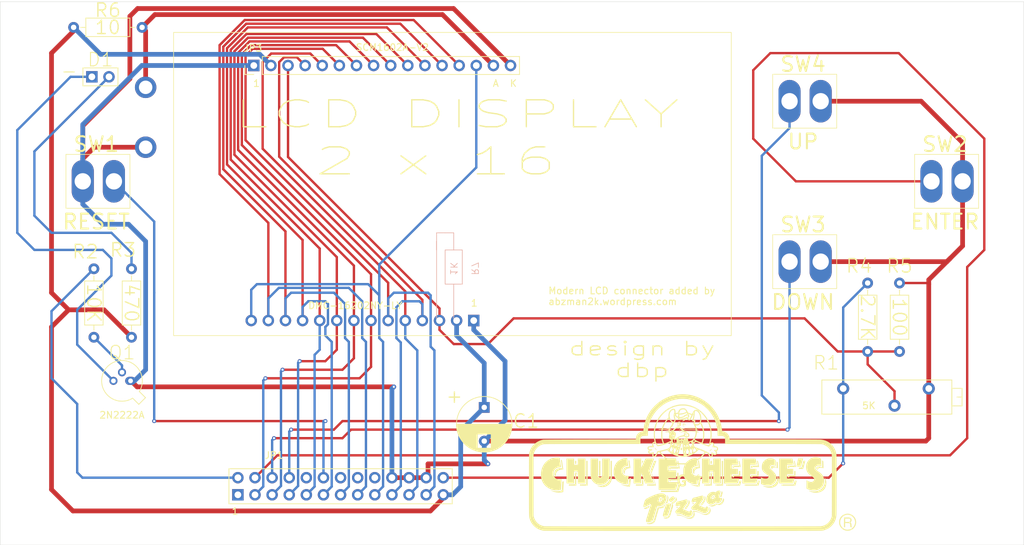
<source format=kicad_pcb>
(kicad_pcb (version 20240108) (generator "pcbnew") (generator_version "8.0")
  (layers (0 "F.Cu" signal) (31 "B.Cu" signal) (34 "B.Paste" user) (35 "F.Paste" user) (36 "B.SilkS" user "B.Silkscreen") (37 "F.SilkS" user "F.Silkscreen") (38 "B.Mask" user) (39 "F.Mask" user) (44 "Edge.Cuts" user))
  (net 0 "")
  (net 1 "Net-(D1-K)")
  (net 2 "VCC")
  (net 4 "Net-(JP1-Pin_6)")
  (net 5 "Net-(JP1-Pin_9)")
  (net 6 "Net-(JP1-Pin_19)")
  (net 7 "Net-(JP1-Pin_17)")
  (net 8 "Net-(JP1-Pin_11)")
  (net 10 "Net-(JP1-Pin_23)")
  (net 11 "Net-(JP1-Pin_13)")
  (net 13 "Net-(JP1-Pin_8)")
  (net 14 "Net-(JP1-Pin_2)")
  (net 15 "Net-(JP1-Pin_7)")
  (net 16 "Net-(JP1-Pin_4)")
  (net 17 "Net-(JP1-Pin_21)")
  (net 18 "Net-(JP1-Pin_3)")
  (net 19 "Net-(JP1-Pin_15)")
  (net 20 "Net-(JP1-Pin_12)")
  (net 23 "Net-(JP1-Pin_5)")
  (net 24 "GND")
  (net 25 "Net-(Q1-B)")
  (net 26 "Net-(D1-A)")
  (net 27 "26")
  (net 28 "Vo")
  (net 29 "backlight")
  (footprint "Resistor_THT:R_Axial_DIN0207_L6.3mm_D2.5mm_P10.16mm_Horizontal" (layer "F.Cu") (at 133.47 51.9 90)
    (property "Reference" "R5" (at 12.7 0 180) (layer "F.SilkS") (effects (font (size 2 2) (thickness 0.2) (bold yes))))
    (property "Value" "100" (at 5.08 0 -90) (layer "F.SilkS") (effects (font (size 2 2) (thickness 0.2))))
    (pad "1" thru_hole circle (at 0 0 90) (size 1.6 1.6) (drill 0.8) (layers "*.Cu" "*.Mask") (net 28 "Vo"))
    (pad "2" thru_hole oval (at 10.16 0 90) (size 1.6 1.6) (drill 0.8) (layers "*.Cu" "*.Mask") (net 24 "GND"))
  )
  (footprint "Evan's Kicad Library:CEC LCD pushbutton" (layer "F.Cu") (at 138.21 26.65)
    (property "Reference" "SW2" (at 2 -5.5 0) (layer "F.SilkS") (effects (font (size 2.2 2.2) (thickness 0.3))))
    (property "Value" "ENTER" (at 2 6 0) (layer "F.SilkS") (effects (font (size 2.2 2.2) (thickness 0.3))))
    (pad "1" thru_hole oval (at 0 0) (size 3.28 6.31) (drill 2.42) (layers "*.Cu" "*.Mask") (net 16 "Net-(JP1-Pin_4)"))
    (pad "2" thru_hole oval (at 4.62 0) (size 3.28 6.31) (drill 2.42) (layers "*.Cu" "*.Mask") (net 24 "GND"))
  )
  (footprint "Evan's Kicad Library:CEC LCD pushbutton" (layer "F.Cu") (at 117.15 38.57)
    (property "Reference" "SW3" (at 2 -5.5 0) (layer "F.SilkS") (effects (font (size 2.2 2.2) (thickness 0.3))))
    (property "Value" "DOWN" (at 2 6 0) (layer "F.SilkS") (effects (font (size 2.2 2.2) (thickness 0.3))))
    (pad "1" thru_hole oval (at 0 0) (size 3.28 6.31) (drill 2.42) (layers "*.Cu" "*.Mask") (net 4 "Net-(JP1-Pin_6)"))
    (pad "2" thru_hole oval (at 4.62 0) (size 3.28 6.31) (drill 2.42) (layers "*.Cu" "*.Mask") (net 24 "GND"))
  )
  (footprint "Package_TO_SOT_THT:TO-18-3" (layer "F.Cu") (at 19.35 56.26 180)
    (property "Reference" "Q1" (at 1.27 4.19 0) (layer "F.SilkS") (effects (font (size 2 2))))
    (property "Value" "2N2222A" (at 1.27 -5.08 0) (layer "F.SilkS"))
    (pad "1" thru_hole oval (at 0 0 180) (size 1.6 1.2) (drill 0.7) (layers "*.Cu" "*.Mask") (net 24 "GND"))
    (pad "2" thru_hole oval (at 1.27 1.27 180) (size 1.2 1.2) (drill 0.7) (layers "*.Cu" "*.Mask") (net 25 "Net-(Q1-B)"))
    (pad "3" thru_hole oval (at 2.54 0 180) (size 1.2 1.2) (drill 0.7) (layers "*.Cu" "*.Mask") (net 1 "Net-(D1-K)"))
  )
  (footprint "Connector_PinHeader_2.54mm:PinHeader_1x16_P2.54mm_Vertical" (layer "F.Cu") (at 37.64 9.46 90)
    (property "Reference" "JP3" (at 2.56 -0.14 180) (layer "F.SilkS"))
    (property "Value" "modern LCD")
    (pad "1" thru_hole rect (at 0 0 90) (size 1.7 1.7) (drill 1) (layers "*.Cu" "*.Mask") (net 24 "GND"))
    (pad "2" thru_hole oval (at 0 2.54 90) (size 1.7 1.7) (drill 1) (layers "*.Cu" "*.Mask") (net 2 "VCC"))
    (pad "3" thru_hole oval (at 0 5.08 90) (size 1.7 1.7) (drill 1) (layers "*.Cu" "*.Mask") (net 28 "Vo"))
    (pad "4" thru_hole oval (at 0 7.62 90) (size 1.7 1.7) (drill 1) (layers "*.Cu" "*.Mask") (net 6 "Net-(JP1-Pin_19)"))
    (pad "5" thru_hole oval (at 0 10.16 90) (size 1.7 1.7) (drill 1) (layers "*.Cu" "*.Mask") (net 17 "Net-(JP1-Pin_21)"))
    (pad "6" thru_hole oval (at 0 12.7 90) (size 1.7 1.7) (drill 1) (layers "*.Cu" "*.Mask") (net 10 "Net-(JP1-Pin_23)"))
    (pad "7" thru_hole oval (at 0 15.24 90) (size 1.7 1.7) (drill 1) (layers "*.Cu" "*.Mask") (net 18 "Net-(JP1-Pin_3)"))
    (pad "8" thru_hole oval (at 0 17.78 90) (size 1.7 1.7) (drill 1) (layers "*.Cu" "*.Mask") (net 23 "Net-(JP1-Pin_5)"))
    (pad "9" thru_hole oval (at 0 20.32 90) (size 1.7 1.7) (drill 1) (layers "*.Cu" "*.Mask") (net 15 "Net-(JP1-Pin_7)"))
    (pad "10" thru_hole oval (at 0 22.86 90) (size 1.7 1.7) (drill 1) (layers "*.Cu" "*.Mask") (net 5 "Net-(JP1-Pin_9)"))
    (pad "11" thru_hole oval (at 0 25.4 90) (size 1.7 1.7) (drill 1) (layers "*.Cu" "*.Mask") (net 8 "Net-(JP1-Pin_11)"))
    (pad "12" thru_hole oval (at 0 27.94 90) (size 1.7 1.7) (drill 1) (layers "*.Cu" "*.Mask") (net 11 "Net-(JP1-Pin_13)"))
    (pad "13" thru_hole oval (at 0 30.48 90) (size 1.7 1.7) (drill 1) (layers "*.Cu" "*.Mask") (net 19 "Net-(JP1-Pin_15)"))
    (pad "14" thru_hole oval (at 0 33.02 90) (size 1.7 1.7) (drill 1) (layers "*.Cu" "*.Mask") (net 7 "Net-(JP1-Pin_17)"))
    (pad "15" thru_hole oval (at 0 35.56 90) (size 1.7 1.7) (drill 1) (layers "*.Cu" "*.Mask") (net 29 "backlight"))
    (pad "16" thru_hole oval (at 0 38.1 90) (size 1.7 1.7) (drill 1) (layers "*.Cu" "*.Mask") (net 24 "GND"))
  )
  (footprint "Resistor_THT:R_Axial_DIN0207_L6.3mm_D2.5mm_P10.16mm_Horizontal" (layer "F.Cu") (at 19.49 39.63 -90)
    (property "Reference" "R3" (at -2.8 1.27 0) (layer "F.SilkS") (effects (font (size 2 2) (thickness 0.2))))
    (property "Value" "470" (at 5.08 0 -90) (layer "F.SilkS") (effects (font (size 2 2) (thickness 0.2))))
    (pad "1" thru_hole circle (at 0 0 270) (size 1.6 1.6) (drill 0.8) (layers "*.Cu" "*.Mask") (net 26 "Net-(D1-A)"))
    (pad "2" thru_hole oval (at 10.16 0 270) (size 1.6 1.6) (drill 0.8) (layers "*.Cu" "*.Mask") (net 2 "VCC"))
  )
  (footprint "Connector_PinHeader_2.54mm:PinHeader_1x01_P2.54mm_Vertical" (layer "F.Cu") (at 21.59 21.59)
    (property "Reference" "H1" (hide yes))
    (property "Value" "MountingHole_Pad_MP")
    (pad "1" thru_hole circle (at 0 0) (size 3.18 3.18) (drill 2) (layers "*.Cu" "*.Mask") (net 24 "GND"))
  )
  (footprint "Connector_PinHeader_2.54mm:PinHeader_2x13_P2.54mm_Vertical" (layer "F.Cu") (at 35.28 73.17 90)
    (property "Reference" "JP1" (at 5.86 5.36 180) (layer "F.SilkS"))
    (property "Value" "Conn_02x13_Odd_Even")
    (pad "1" thru_hole rect (at 0 0 90) (size 1.7 1.7) (drill 1) (layers "*.Cu" "*.Mask"))
    (pad "2" thru_hole oval (at 2.54 0 90) (size 1.7 1.7) (drill 1) (layers "*.Cu" "*.Mask") (net 14 "Net-(JP1-Pin_2)"))
    (pad "3" thru_hole oval (at 0 2.54 90) (size 1.7 1.7) (drill 1) (layers "*.Cu" "*.Mask") (net 18 "Net-(JP1-Pin_3)"))
    (pad "4" thru_hole oval (at 2.54 2.54 90) (size 1.7 1.7) (drill 1) (layers "*.Cu" "*.Mask") (net 16 "Net-(JP1-Pin_4)"))
    (pad "5" thru_hole oval (at 0 5.08 90) (size 1.7 1.7) (drill 1) (layers "*.Cu" "*.Mask") (net 23 "Net-(JP1-Pin_5)"))
    (pad "6" thru_hole oval (at 2.54 5.08 90) (size 1.7 1.7) (drill 1) (layers "*.Cu" "*.Mask") (net 4 "Net-(JP1-Pin_6)"))
    (pad "7" thru_hole oval (at 0 7.62 90) (size 1.7 1.7) (drill 1) (layers "*.Cu" "*.Mask") (net 15 "Net-(JP1-Pin_7)"))
    (pad "8" thru_hole oval (at 2.54 7.62 90) (size 1.7 1.7) (drill 1) (layers "*.Cu" "*.Mask") (net 13 "Net-(JP1-Pin_8)"))
    (pad "9" thru_hole oval (at 0 10.16 90) (size 1.7 1.7) (drill 1) (layers "*.Cu" "*.Mask") (net 5 "Net-(JP1-Pin_9)"))
    (pad "10" thru_hole oval (at 2.54 10.16 90) (size 1.7 1.7) (drill 1) (layers "*.Cu" "*.Mask"))
    (pad "11" thru_hole oval (at 0 12.7 90) (size 1.7 1.7) (drill 1) (layers "*.Cu" "*.Mask") (net 8 "Net-(JP1-Pin_11)"))
    (pad "12" thru_hole oval (at 2.54 12.7 90) (size 1.7 1.7) (drill 1) (layers "*.Cu" "*.Mask") (net 20 "Net-(JP1-Pin_12)"))
    (pad "13" thru_hole oval (at 0 15.24 90) (size 1.7 1.7) (drill 1) (layers "*.Cu" "*.Mask") (net 11 "Net-(JP1-Pin_13)"))
    (pad "14" thru_hole oval (at 2.54 15.24 90) (size 1.7 1.7) (drill 1) (layers "*.Cu" "*.Mask"))
    (pad "15" thru_hole oval (at 0 17.78 90) (size 1.7 1.7) (drill 1) (layers "*.Cu" "*.Mask") (net 19 "Net-(JP1-Pin_15)"))
    (pad "16" thru_hole oval (at 2.54 17.78 90) (size 1.7 1.7) (drill 1) (layers "*.Cu" "*.Mask"))
    (pad "17" thru_hole oval (at 0 20.32 90) (size 1.7 1.7) (drill 1) (layers "*.Cu" "*.Mask") (net 7 "Net-(JP1-Pin_17)"))
    (pad "18" thru_hole oval (at 2.54 20.32 90) (size 1.7 1.7) (drill 1) (layers "*.Cu" "*.Mask"))
    (pad "19" thru_hole oval (at 0 22.86 90) (size 1.7 1.7) (drill 1) (layers "*.Cu" "*.Mask") (net 6 "Net-(JP1-Pin_19)"))
    (pad "20" thru_hole oval (at 2.54 22.86 90) (size 1.7 1.7) (drill 1) (layers "*.Cu" "*.Mask") (net 24 "GND"))
    (pad "21" thru_hole oval (at 0 25.4 90) (size 1.7 1.7) (drill 1) (layers "*.Cu" "*.Mask") (net 17 "Net-(JP1-Pin_21)"))
    (pad "22" thru_hole oval (at 2.54 25.4 90) (size 1.7 1.7) (drill 1) (layers "*.Cu" "*.Mask") (net 24 "GND"))
    (pad "23" thru_hole oval (at 0 27.94 90) (size 1.7 1.7) (drill 1) (layers "*.Cu" "*.Mask") (net 10 "Net-(JP1-Pin_23)"))
    (pad "24" thru_hole oval (at 2.54 27.94 90) (size 1.7 1.7) (drill 1) (layers "*.Cu" "*.Mask") (net 24 "GND"))
    (pad "25" thru_hole oval (at 0 30.48 90) (size 1.7 1.7) (drill 1) (layers "*.Cu" "*.Mask") (net 2 "VCC"))
    (pad "26" thru_hole oval (at 2.54 30.48 90) (size 1.7 1.7) (drill 1) (layers "*.Cu" "*.Mask") (net 27 "26"))
  )
  (footprint "Resistor_THT:R_Axial_DIN0207_L6.3mm_D2.5mm_P10.16mm_Horizontal" (layer "F.Cu") (at 10.9 3.8)
    (property "Reference" "R6" (at 5.08 -2.54 0) (layer "F.SilkS") (effects (font (size 2 2) (thickness 0.2))))
    (property "Value" "10" (at 5.08 0 0) (layer "F.SilkS") (effects (font (size 2 2) (thickness 0.2))))
    (pad "1" thru_hole circle (at 0 0) (size 1.6 1.6) (drill 0.8) (layers "*.Cu" "*.Mask") (net 2 "VCC"))
    (pad "2" thru_hole oval (at 10.16 0) (size 1.6 1.6) (drill 0.8) (layers "*.Cu" "*.Mask") (net 29 "backlight"))
  )
  (footprint "Potentiometer_THT:Potentiometer_Bourns_3006P_Horizontal" (layer "F.Cu") (at 125.11 57.4 180)
    (property "Reference" "R1" (at 2.54 3.81 0) (layer "F.SilkS") (effects (font (size 2 2))))
    (property "Value" "5K" (at -3.81 -2.54 0) (layer "F.SilkS"))
    (pad "1" thru_hole circle (at 0 0 180) (size 1.8 1.8) (drill 1) (layers "*.Cu" "*.Mask") (net 27 "26"))
    (pad "2" thru_hole circle (at -7.62 -2.54 180) (size 1.8 1.8) (drill 1) (layers "*.Cu" "*.Mask") (net 28 "Vo"))
    (pad "3" thru_hole circle (at -12.7 0 180) (size 1.8 1.8) (drill 1) (layers "*.Cu" "*.Mask") (net 24 "GND"))
  )
  (footprint "Evan's Kicad Library:CEC LCD" (layer "F.Cu") (at 70.28 47.31)
    (property "Reference" "JP2" (hide yes))
    (property "Value" "DMC-16202NY-LY" (at -17.575 -2.225 0) (layer "F.SilkS"))
    (fp_text user "LCD DISPLAY" (at -35.99 -28.26 0) (layer "F.SilkS") (effects (font (size 4 7) (thickness 0.2)) (justify left bottom)))
    (fp_text user "1" (at -0.5 -2 0) (layer "F.SilkS") (effects (justify left bottom)))
    (fp_text user "2 x 16" (at -23.925 -21.275 0) (layer "F.SilkS") (effects (font (size 4 7) (thickness 0.2)) (justify left bottom)))
    (pad "1" thru_hole rect (at 0 0 270) (size 1.7 1.7) (drill 1) (layers "*.Cu" "*.Mask") (net 24 "GND"))
    (pad "2" thru_hole oval (at -2.54 0 270) (size 1.7 1.7) (drill 1) (layers "*.Cu" "*.Mask") (net 2 "VCC"))
    (pad "3" thru_hole oval (at -5.08 0 270) (size 1.7 1.7) (drill 1) (layers "*.Cu" "*.Mask") (net 28 "Vo"))
    (pad "4" thru_hole oval (at -7.62 0 270) (size 1.7 1.7) (drill 1) (layers "*.Cu" "*.Mask") (net 6 "Net-(JP1-Pin_19)"))
    (pad "5" thru_hole oval (at -10.16 0 270) (size 1.7 1.7) (drill 1) (layers "*.Cu" "*.Mask") (net 17 "Net-(JP1-Pin_21)"))
    (pad "6" thru_hole oval (at -12.7 0 270) (size 1.7 1.7) (drill 1) (layers "*.Cu" "*.Mask") (net 10 "Net-(JP1-Pin_23)"))
    (pad "7" thru_hole oval (at -15.24 0 270) (size 1.7 1.7) (drill 1) (layers "*.Cu" "*.Mask") (net 18 "Net-(JP1-Pin_3)"))
    (pad "8" thru_hole oval (at -17.78 0 270) (size 1.7 1.7) (drill 1) (layers "*.Cu" "*.Mask") (net 23 "Net-(JP1-Pin_5)"))
    (pad "9" thru_hole oval (at -20.32 0 270) (size 1.7 1.7) (drill 1) (layers "*.Cu" "*.Mask") (net 15 "Net-(JP1-Pin_7)"))
    (pad "10" thru_hole oval (at -22.86 0 270) (size 1.7 1.7) (drill 1) (layers "*.Cu" "*.Mask") (net 5 "Net-(JP1-Pin_9)"))
    (pad "11" thru_hole oval (at -25.4 0 270) (size 1.7 1.7) (drill 1) (layers "*.Cu" "*.Mask") (net 8 "Net-(JP1-Pin_11)"))
    (pad "12" thru_hole oval (at -27.94 0 270) (size 1.7 1.7) (drill 1) (layers "*.Cu" "*.Mask") (net 11 "Net-(JP1-Pin_13)"))
    (pad "13" thru_hole oval (at -30.48 0 270) (size 1.7 1.7) (drill 1) (layers "*.Cu" "*.Mask") (net 19 "Net-(JP1-Pin_15)"))
    (pad "14" thru_hole oval (at -33.02 0 270) (size 1.7 1.7) (drill 1) (layers "*.Cu" "*.Mask") (net 7 "Net-(JP1-Pin_17)"))
  )
  (footprint "Evan's Kicad Library:CEC LCD pushbutton" (layer "F.Cu") (at 12.26 26.65)
    (property "Reference" "SW1" (at 2 -5.5 0) (layer "F.SilkS") (effects (font (size 2.2 2.2) (thickness 0.3))))
    (property "Value" "RESET" (at 2 6 0) (layer "F.SilkS") (effects (font (size 2.2 2.2) (thickness 0.3))))
    (pad "1" thru_hole oval (at 0 0) (size 3.28 6.31) (drill 2.42) (layers "*.Cu" "*.Mask") (net 24 "GND"))
    (pad "2" thru_hole oval (at 4.62 0) (size 3.28 6.31) (drill 2.42) (layers "*.Cu" "*.Mask") (net 20 "Net-(JP1-Pin_12)"))
  )
  (footprint "Capacitor_THT:CP_Radial_D8.0mm_P5.00mm" (layer "F.Cu") (at 71.84 60.2 -90)
    (property "Reference" "C1" (at 2.03 -6.212651 0) (layer "F.SilkS") (effects (font (size 2 2) (thickness 0.2))))
    (property "Value" "C_Polarized")
    (pad "1" thru_hole rect (at 0 0 270) (size 1.6 1.6) (drill 0.8) (layers "*.Cu" "*.Mask") (net 2 "VCC"))
    (pad "2" thru_hole circle (at 5 0 270) (size 1.6 1.6) (drill 0.8) (layers "*.Cu" "*.Mask") (net 24 "GND"))
  )
  (footprint "LOGO" (layer "F.Cu") (at 102.87 71.12)
    (property "Reference" "G***" (at 0 0 0) (layer "F.SilkS") (effects (font (size 1.5 1.5) (thickness 0.3))))
    (property "Value" "LOGO" (hide yes))
  )
  (footprint "Connector_PinHeader_2.54mm:PinHeader_1x01_P2.54mm_Vertical" (layer "F.Cu") (at 21.59 12.7)
    (property "Reference" "H2" (hide yes))
    (property "Value" "MountingHole_Pad_MP")
    (pad "1" thru_hole circle (at 0 0) (size 3.18 3.18) (drill 2) (layers "*.Cu" "*.Mask") (net 29 "backlight"))
  )
  (footprint "Resistor_THT:R_Axial_DIN0207_L6.3mm_D2.5mm_P10.16mm_Horizontal" (layer "F.Cu") (at 128.74 51.9 90)
    (property "Reference" "R4" (at 12.7 -1.27 180) (layer "F.SilkS") (effects (font (size 2 2) (thickness 0.2))))
    (property "Value" "2.7K" (at 5.08 0 -90) (layer "F.SilkS") (effects (font (size 2 2) (thickness 0.2))))
    (pad "1" thru_hole circle (at 0 0 90) (size 1.6 1.6) (drill 0.8) (layers "*.Cu" "*.Mask") (net 28 "Vo"))
    (pad "2" thru_hole oval (at 10.16 0 90) (size 1.6 1.6) (drill 0.8) (layers "*.Cu" "*.Mask") (net 27 "26"))
  )
  (footprint "Evan's Kicad Library:CEC LCD pushbutton" (layer "F.Cu") (at 117.15 14.76)
    (property "Reference" "SW4" (at 2 -5.5 0) (layer "F.SilkS") (effects (font (size 2.2 2.2) (thickness 0.3))))
    (property "Value" "UP" (at 2 6 0) (layer "F.SilkS") (effects (font (size 2.2 2.2) (thickness 0.3))))
    (pad "1" thru_hole oval (at 0 0) (size 3.28 6.31) (drill 2.42) (layers "*.Cu" "*.Mask") (net 13 "Net-(JP1-Pin_8)"))
    (pad "2" thru_hole oval (at 4.62 0) (size 3.28 6.31) (drill 2.42) (layers "*.Cu" "*.Mask") (net 24 "GND"))
  )
  (footprint "Resistor_THT:R_Axial_DIN0207_L6.3mm_D2.5mm_P10.16mm_Horizontal" (layer "F.Cu") (at 13.91 39.63 -90)
    (property "Reference" "R2" (at -2.54 1.27 0) (layer "F.SilkS") (effects (font (size 2 2) (thickness 0.2))))
    (property "Value" "10K" (at 5.08 0 -90) (layer "F.SilkS") (effects (font (size 2 2) (thickness 0.2))))
    (pad "1" thru_hole circle (at 0 0 270) (size 1.6 1.6) (drill 0.8) (layers "*.Cu" "*.Mask") (net 14 "Net-(JP1-Pin_2)"))
    (pad "2" thru_hole oval (at 10.16 0 270) (size 1.6 1.6) (drill 0.8) (layers "*.Cu" "*.Mask") (net 25 "Net-(Q1-B)"))
  )
  (footprint "Connector_PinHeader_2.54mm:PinHeader_1x02_P2.54mm_Vertical" (layer "F.Cu") (at 13.61 11.14 90)
    (property "Reference" "D1" (at 2.54 1.27 180) (layer "F.SilkS") (effects (font (size 2 2))))
    (property "Value" "LED")
    (pad "1" thru_hole rect (at 0 0 90) (size 1.7 1.7) (drill 1) (layers "*.Cu" "*.Mask") (net 1 "Net-(D1-K)"))
    (pad "2" thru_hole oval (at 0 2.54 90) (size 1.7 1.7) (drill 1) (layers "*.Cu" "*.Mask") (net 26 "Net-(D1-A)"))
  )
  (gr_rect (start 66.04 36.83) (end 68.58 41.91) (stroke (width 0.1)) (fill none) (layer "B.SilkS"))
  (gr_line (start 66.04 34.29) (end 67.31 34.29) (stroke (width 0.1)) (layer "B.SilkS"))
  (gr_line (start 67.31 34.29) (end 67.31 36.83) (stroke (width 0.1)) (layer "B.SilkS"))
  (gr_line (start 67.31 46.99) (end 67.31 41.91) (stroke (width 0.1)) (layer "B.SilkS"))
  (gr_line (start 64.77 46.99) (end 64.77 35.56) (stroke (width 0.1)) (layer "B.SilkS"))
  (gr_line (start 66.04 34.29) (end 64.77 34.29) (stroke (width 0.1)) (layer "B.SilkS"))
  (gr_line (start 64.77 34.29) (end 64.77 36.83) (stroke (width 0.1)) (layer "B.SilkS"))
  (gr_rect (start 0 0) (end 151.92 80.62) (stroke (width 0.05)) (fill none) (layer "Edge.Cuts"))
  (gr_text "1K" (at 67.31 40.64 270) (layer "B.SilkS") (effects (font (size 1 1) (thickness 0.1)) (justify left mirror)))
  (gr_text "R7" (at 69.85 40.64 -90) (layer "B.SilkS") (effects (font (size 1 1) (thickness 0.1)) (justify left bottom mirror)))
  (gr_text "K" (at 75.565 12.7 0) (layer "F.SilkS") (effects (font (size 1 1)) (justify left bottom)))
  (gr_text "design by\ndbp" (at 95.25 55.88 0) (layer "F.SilkS") (effects (font (size 2 3) (thickness 0.2)) (justify bottom)))
  (gr_text "1" (at 37.465 12.7 0) (layer "F.SilkS") (effects (font (size 1 1)) (justify left bottom)))
  (gr_text "SCM1602A-V2" (at 52.7 7.35 0) (layer "F.SilkS") (effects (font (size 1 1)) (justify left bottom)))
  (gr_text "-" (at 8.89 11.43 0) (layer "F.SilkS") (effects (font (size 2 2)) (justify left bottom)))
  (gr_text "Modern LCD connector added by\nabzman2k.wordpress.com" (at 81.28 45.085 0) (layer "F.SilkS") (effects (font (size 1 1)) (justify left bottom)))
  (gr_text "1" (at 34.29 76.2 0) (layer "F.SilkS") (effects (font (size 1 1)) (justify left bottom)))
  (gr_text "+" (at 66.04 59.69 0) (layer "F.SilkS") (effects (font (size 2 2) (thickness 0.2)) (justify left bottom)))
  (gr_text "A" (at 73.025 12.7 0) (layer "F.SilkS") (effects (font (size 1 1)) (justify left bottom)))
  (segment (start 15.24 36.83) (end 5.08 36.83) (width 0.35) (layer "B.Cu") (net 1))
  (segment (start 11.43 50.88) (end 11.43 45.72) (width 0.35) (layer "B.Cu") (net 1))
  (segment (start 11.43 45.72) (end 16.51 40.64) (width 0.35) (layer "B.Cu") (net 1))
  (segment (start 16.81 56.26) (end 11.43 50.88) (width 0.35) (layer "B.Cu") (net 1))
  (segment (start 16.51 38.1) (end 15.24 36.83) (width 0.35) (layer "B.Cu") (net 1))
  (segment (start 10.45 11.14) (end 13.61 11.14) (width 0.35) (layer "B.Cu") (net 1))
  (segment (start 2.54 34.29) (end 2.54 19.05) (width 0.35) (layer "B.Cu") (net 1))
  (segment (start 2.54 19.05) (end 10.45 11.14) (width 0.35) (layer "B.Cu") (net 1))
  (segment (start 5.08 36.83) (end 2.54 34.29) (width 0.35) (layer "B.Cu") (net 1))
  (segment (start 16.51 40.64) (end 16.51 38.1) (width 0.35) (layer "B.Cu") (net 1))
  (segment (start 7.62 43.18) (end 7.62 7.62) (width 0.7) (layer "F.Cu") (net 2))
  (segment (start 10.16 45.72) (end 7.62 48.26) (width 0.7) (layer "F.Cu") (net 2))
  (segment (start 10.795 75.565) (end 63.855 75.565) (width 0.7) (layer "F.Cu") (net 2))
  (segment (start 7.62 7.62) (end 10.9 4.34) (width 0.7) (layer "F.Cu") (net 2))
  (segment (start 7.62 48.26) (end 7.62 72.39) (width 0.7) (layer "F.Cu") (net 2))
  (segment (start 7.62 72.39) (end 10.795 75.565) (width 0.7) (layer "F.Cu") (net 2))
  (segment (start 10.16 45.72) (end 7.62 43.18) (width 0.7) (layer "F.Cu") (net 2))
  (segment (start 65.76 73.66) (end 65.76 73.17) (width 0.7) (layer "F.Cu") (net 2))
  (segment (start 15.42 45.72) (end 10.16 45.72) (width 0.7) (layer "F.Cu") (net 2))
  (segment (start 10.9 4.34) (end 10.9 3.8) (width 0.7) (layer "F.Cu") (net 2))
  (segment (start 19.49 49.79) (end 15.42 45.72) (width 0.7) (layer "F.Cu") (net 2))
  (segment (start 63.855 75.565) (end 65.76 73.66) (width 0.7) (layer "F.Cu") (net 2))
  (segment (start 71.84 60.2) (end 68.35 63.69) (width 0.7) (layer "B.Cu") (net 2))
  (segment (start 68.35 63.69) (end 68.35 71.95) (width 0.7) (layer "B.Cu") (net 2))
  (segment (start 38.52 7.8) (end 40.18 9.46) (width 0.7) (layer "B.Cu") (net 2))
  (segment (start 68.35 71.95) (end 67.13 73.17) (width 0.7) (layer "B.Cu") (net 2))
  (segment (start 71.84 60.2) (end 71.84 53.63) (width 0.7) (layer "B.Cu") (net 2))
  (segment (start 67.13 73.17) (end 65.76 73.17) (width 0.7) (layer "B.Cu") (net 2))
  (segment (start 14.9 7.8) (end 38.52 7.8) (width 0.7) (layer "B.Cu") (net 2))
  (segment (start 67.74 49.53) (end 67.74 47.31) (width 0.7) (layer "B.Cu") (net 2))
  (segment (start 71.84 53.63) (end 67.74 49.53) (width 0.7) (layer "B.Cu") (net 2))
  (segment (start 10.9 3.8) (end 14.9 7.8) (width 0.7) (layer "B.Cu") (net 2))
  (segment (start 52.07 63.5) (end 50.8 64.77) (width 0.35) (layer "F.Cu") (net 4))
  (segment (start 50.8 64.77) (end 40.64 64.77) (width 0.35) (layer "F.Cu") (net 4))
  (segment (start 116.84 63.5) (end 52.07 63.5) (width 0.35) (layer "F.Cu") (net 4))
  (via (at 116.84 63.5) (size 0.6) (drill 0.3) (layers "F.Cu" "B.Cu") (net 4))
  (via (at 40.64 64.77) (size 0.6) (drill 0.3) (layers "F.Cu" "B.Cu") (net 4))
  (segment (start 117.15 63.19) (end 116.84 63.5) (width 0.35) (layer "B.Cu") (net 4))
  (segment (start 40.36 65.05) (end 40.64 64.77) (width 0.35) (layer "B.Cu") (net 4))
  (segment (start 117.15 38.57) (end 117.15 63.19) (width 0.35) (layer "B.Cu") (net 4))
  (segment (start 40.36 70.63) (end 40.36 65.05) (width 0.35) (layer "B.Cu") (net 4))
  (segment (start 47.42 36.625) (end 34.215 23.42) (width 0.35) (layer "F.Cu") (net 5))
  (segment (start 55.825 4.785) (end 60.5 9.46) (width 0.35) (layer "F.Cu") (net 5))
  (segment (start 36.553728 4.785) (end 55.825 4.785) (width 0.35) (layer "F.Cu") (net 5))
  (segment (start 47.42 47.31) (end 47.42 36.625) (width 0.35) (layer "F.Cu") (net 5))
  (segment (start 34.215 23.42) (end 34.215 7.123728) (width 0.35) (layer "F.Cu") (net 5))
  (segment (start 34.215 7.123728) (end 36.553728 4.785) (width 0.35) (layer "F.Cu") (net 5))
  (segment (start 47.42 51.64) (end 46.665 52.395) (width 0.35) (layer "B.Cu") (net 5))
  (segment (start 47.42 47.31) (end 47.42 51.64) (width 0.35) (layer "B.Cu") (net 5))
  (segment (start 46.665 52.395) (end 46.665 71.945) (width 0.35) (layer "B.Cu") (net 5))
  (segment (start 46.665 71.945) (end 45.44 73.17) (width 0.35) (layer "B.Cu") (net 5))
  (segment (start 45.26 9.46) (end 44.035 8.235) (width 0.35) (layer "F.Cu") (net 6))
  (segment (start 44.035 8.235) (end 42.122588 8.235) (width 0.35) (layer "F.Cu") (net 6))
  (segment (start 41.405 22.99) (end 62.66 44.245) (width 0.35) (layer "F.Cu") (net 6))
  (segment (start 42.122588 8.235) (end 41.405 8.952588) (width 0.35) (layer "F.Cu") (net 6))
  (segment (start 41.405 8.952588) (end 41.405 22.99) (width 0.35) (layer "F.Cu") (net 6))
  (segment (start 62.66 44.245) (end 62.66 47.31) (width 0.35) (layer "F.Cu") (net 6))
  (segment (start 59.455 50.565) (end 58.805 49.915) (width 0.35) (layer "B.Cu") (net 6))
  (segment (start 59.455 71.855) (end 59.455 50.565) (width 0.35) (layer "B.Cu") (net 6))
  (segment (start 58.805 45.335) (end 59.69 44.45) (width 0.35) (layer "B.Cu") (net 6))
  (segment (start 59.69 44.45) (end 62.23 44.45) (width 0.35) (layer "B.Cu") (net 6))
  (segment (start 62.66 44.88) (end 62.66 47.31) (width 0.35) (layer "B.Cu") (net 6))
  (segment (start 58.805 49.915) (end 58.805 45.335) (width 0.35) (layer "B.Cu") (net 6))
  (segment (start 58.14 73.17) (end 59.455 71.855) (width 0.35) (layer "B.Cu") (net 6))
  (segment (start 62.23 44.45) (end 62.66 44.88) (width 0.35) (layer "B.Cu") (net 6))
  (segment (start 37.26 42.75) (end 38.1 41.91) (width 0.35) (layer "B.Cu") (net 7))
  (segment (start 54.61 41.91) (end 56.265 43.565) (width 0.35) (layer "B.Cu") (net 7))
  (segment (start 56.825 50.475) (end 56.825 71.945) (width 0.35) (layer "B.Cu") (net 7))
  (segment (start 56.265 38.985) (end 56.265 45.085) (width 0.35) (layer "B.Cu") (net 7))
  (segment (start 56.265 43.565) (end 56.265 45.085) (width 0.35) (layer "B.Cu") (net 7))
  (segment (start 70.66 24.59) (end 56.265 38.985) (width 0.35) (layer "B.Cu") (net 7))
  (segment (start 56.825 71.945) (end 55.6 73.17) (width 0.35) (layer "B.Cu") (net 7))
  (segment (start 56.265 45.085) (end 56.265 49.915) (width 0.35) (layer "B.Cu") (net 7))
  (segment (start 37.26 47.31) (end 37.26 42.75) (width 0.35) (layer "B.Cu") (net 7))
  (segment (start 56.265 49.915) (end 56.825 50.475) (width 0.35) (layer "B.Cu") (net 7))
  (segment (start 70.66 9.46) (end 70.66 24.59) (width 0.35) (layer "B.Cu") (net 7))
  (segment (start 38.1 41.91) (end 54.61 41.91) (width 0.35) (layer "B.Cu") (net 7))
  (segment (start 57.39 3.81) (end 63.04 9.46) (width 0.35) (layer "F.Cu") (net 8))
  (segment (start 33.665 24.14) (end 33.665 6.89591) (width 0.35) (layer "F.Cu") (net 8))
  (segment (start 44.88 35.355) (end 33.665 24.14) (width 0.35) (layer "F.Cu") (net 8))
  (segment (start 33.665 6.89591) (end 36.75091 3.81) (width 0.35) (layer "F.Cu") (net 8))
  (segment (start 36.75091 3.81) (end 57.39 3.81) (width 0.35) (layer "F.Cu") (net 8))
  (segment (start 44.88 47.31) (end 44.88 35.355) (width 0.35) (layer "F.Cu") (net 8))
  (segment (start 48.26 49.53) (end 48.26 48.26) (width 0.35) (layer "B.Cu") (net 8))
  (segment (start 45.72 44.45) (end 44.88 45.29) (width 0.35) (layer "B.Cu") (net 8))
  (segment (start 49.205 50.475) (end 48.26 49.53) (width 0.35) (layer "B.Cu") (net 8))
  (segment (start 49.205 71.945) (end 49.205 50.475) (width 0.35) (layer "B.Cu") (net 8))
  (segment (start 48.26 44.45) (end 45.72 44.45) (width 0.35) (layer "B.Cu") (net 8))
  (segment (start 47.98 73.17) (end 49.205 71.945) (width 0.35) (layer "B.Cu") (net 8))
  (segment (start 44.88 45.29) (end 44.88 47.31) (width 0.35) (layer "B.Cu") (net 8))
  (segment (start 48.645 44.835) (end 48.26 44.45) (width 0.35) (layer "B.Cu") (net 8))
  (segment (start 48.26 48.26) (end 48.645 47.875) (width 0.35) (layer "B.Cu") (net 8))
  (segment (start 48.645 47.875) (end 48.645 44.835) (width 0.35) (layer "B.Cu") (net 8))
  (segment (start 36.415 8.035) (end 37.465 6.985) (width 0.35) (layer "F.Cu") (net 10))
  (segment (start 57.58 41.705) (end 36.415 20.54) (width 0.35) (layer "F.Cu") (net 10))
  (segment (start 36.415 20.54) (end 36.415 8.035) (width 0.35) (layer "F.Cu") (net 10))
  (segment (start 57.58 47.31) (end 57.58 41.705) (width 0.35) (layer "F.Cu") (net 10))
  (segment (start 47.865 6.985) (end 50.34 9.46) (width 0.35) (layer "F.Cu") (net 10))
  (segment (start 37.465 6.985) (end 47.865 6.985) (width 0.35) (layer "F.Cu") (net 10))
  (segment (start 58.42 43.18) (end 63.5 43.18) (width 0.35) (layer "B.Cu") (net 10))
  (segment (start 63.5 43.18) (end 63.885 43.565) (width 0.35) (layer "B.Cu") (net 10))
  (segment (start 64.445 51.745) (end 64.445 71.945) (width 0.35) (layer "B.Cu") (net 10))
  (segment (start 64.445 71.945) (end 63.22 73.17) (width 0.35) (layer "B.Cu") (net 10))
  (segment (start 57.58 44.02) (end 58.42 43.18) (width 0.35) (layer "B.Cu") (net 10))
  (segment (start 63.885 51.185) (end 64.445 51.745) (width 0.35) (layer "B.Cu") (net 10))
  (segment (start 63.885 43.565) (end 63.885 51.185) (width 0.35) (layer "B.Cu") (net 10))
  (segment (start 57.58 47.31) (end 57.58 44.02) (width 0.35) (layer "B.Cu") (net 10))
  (segment (start 36.523092 3.26) (end 59.38 3.26) (width 0.35) (layer "F.Cu") (net 11))
  (segment (start 33.115 24.86) (end 33.115 6.668092) (width 0.35) (layer "F.Cu") (net 11))
  (segment (start 33.115 6.668092) (end 36.523092 3.26) (width 0.35) (layer "F.Cu") (net 11))
  (segment (start 42.34 34.085) (end 33.115 24.86) (width 0.35) (layer "F.Cu") (net 11))
  (segment (start 59.38 3.26) (end 65.58 9.46) (width 0.35) (layer "F.Cu") (net 11))
  (segment (start 42.34 47.31) (end 42.34 34.085) (width 0.35) (layer "F.Cu") (net 11))
  (segment (start 43.18 43.18) (end 49.53 43.18) (width 0.35) (layer "B.Cu") (net 11))
  (segment (start 42.34 47.31) (end 42.34 44.02) (width 0.35) (layer "B.Cu") (net 11))
  (segment (start 51.745 71.945) (end 50.52 73.17) (width 0.35) (layer "B.Cu") (net 11))
  (segment (start 49.53 43.18) (end 51.185 44.835) (width 0.35) (layer "B.Cu") (net 11))
  (segment (start 51.185 44.835) (end 51.185 49.915) (width 0.35) (layer "B.Cu") (net 11))
  (segment (start 51.745 50.475) (end 51.745 71.945) (width 0.35) (layer "B.Cu") (net 11))
  (segment (start 42.34 44.02) (end 43.18 43.18) (width 0.35) (layer "B.Cu") (net 11))
  (segment (start 51.185 49.915) (end 51.745 50.475) (width 0.35) (layer "B.Cu") (net 11))
  (segment (start 49.53 63.5) (end 43.18 63.5) (width 0.35) (layer "F.Cu") (net 13))
  (segment (start 115.57 62.23) (end 50.8 62.23) (width 0.35) (layer "F.Cu") (net 13))
  (segment (start 50.8 62.23) (end 49.53 63.5) (width 0.35) (layer "F.Cu") (net 13))
  (via (at 43.18 63.5) (size 0.6) (drill 0.3) (layers "F.Cu" "B.Cu") (net 13))
  (via (at 115.57 62.23) (size 0.6) (drill 0.3) (layers "F.Cu" "B.Cu") (net 13))
  (segment (start 113.03 22.86) (end 113.03 58.42) (width 0.35) (layer "B.Cu") (net 13))
  (segment (start 42.9 63.78) (end 43.18 63.5) (width 0.35) (layer "B.Cu") (net 13))
  (segment (start 117.15 14.76) (end 117.15 18.74) (width 0.35) (layer "B.Cu") (net 13))
  (segment (start 42.9 70.63) (end 42.9 63.78) (width 0.35) (layer "B.Cu") (net 13))
  (segment (start 117.15 18.74) (end 113.03 22.86) (width 0.35) (layer "B.Cu") (net 13))
  (segment (start 115.57 60.96) (end 115.57 62.23) (width 0.35) (layer "B.Cu") (net 13))
  (segment (start 113.03 58.42) (end 115.57 60.96) (width 0.35) (layer "B.Cu") (net 13))
  (segment (start 7.62 45.92) (end 13.91 39.63) (width 0.35) (layer "B.Cu") (net 14))
  (segment (start 11.43 59.69) (end 7.62 55.88) (width 0.35) (layer "B.Cu") (net 14))
  (segment (start 7.62 55.88) (end 7.62 45.92) (width 0.35) (layer "B.Cu") (net 14))
  (segment (start 11.43 69.85) (end 11.43 59.69) (width 0.35) (layer "B.Cu") (net 14))
  (segment (start 12.21 70.63) (end 11.43 69.85) (width 0.35) (layer "B.Cu") (net 14))
  (segment (start 35.28 70.63) (end 12.21 70.63) (width 0.35) (layer "B.Cu") (net 14))
  (segment (start 34.765 7.351546) (end 36.781546 5.335) (width 0.35) (layer "F.Cu") (net 15))
  (segment (start 49.96 51.64) (end 48.26 53.34) (width 0.35) (layer "F.Cu") (net 15))
  (segment (start 48.26 53.34) (end 44.45 53.34) (width 0.35) (layer "F.Cu") (net 15))
  (segment (start 36.781546 5.335) (end 53.835 5.335) (width 0.35) (layer "F.Cu") (net 15))
  (segment (start 49.96 37.895) (end 34.765 22.7) (width 0.35) (layer "F.Cu") (net 15))
  (segment (start 34.765 22.7) (end 34.765 7.351546) (width 0.35) (layer "F.Cu") (net 15))
  (segment (start 49.96 47.31) (end 49.96 51.64) (width 0.35) (layer "F.Cu") (net 15))
  (segment (start 53.835 5.335) (end 57.96 9.46) (width 0.35) (layer "F.Cu") (net 15))
  (segment (start 49.96 47.31) (end 49.96 37.895) (width 0.35) (layer "F.Cu") (net 15))
  (via (at 44.45 53.34) (size 0.6) (drill 0.3) (layers "F.Cu" "B.Cu") (net 15))
  (segment (start 44.45 53.34) (end 44.215 53.575) (width 0.35) (layer "B.Cu") (net 15))
  (segment (start 44.215 71.855) (end 44.215 53.575) (width 0.35) (layer "B.Cu") (net 15))
  (segment (start 42.9 73.17) (end 44.215 71.855) (width 0.35) (layer "B.Cu") (net 15))
  (segment (start 143.51 39.37) (end 143.51 64.77) (width 0.35) (layer "F.Cu") (net 16))
  (segment (start 114.3 7.62) (end 133.35 7.62) (width 0.35) (layer "F.Cu") (net 16))
  (segment (start 41.14 67.31) (end 37.82 70.63) (width 0.35) (layer "F.Cu") (net 16))
  (segment (start 140.97 67.31) (end 41.14 67.31) (width 0.35) (layer "F.Cu") (net 16))
  (segment (start 111.76 10.16) (end 114.3 7.62) (width 0.35) (layer "F.Cu") (net 16))
  (segment (start 146.05 20.32) (end 146.05 36.83) (width 0.35) (layer "F.Cu") (net 16))
  (segment (start 133.35 7.62) (end 146.05 20.32) (width 0.35) (layer "F.Cu") (net 16))
  (segment (start 146.05 36.83) (end 143.51 39.37) (width 0.35) (layer "F.Cu") (net 16))
  (segment (start 138.21 26.65) (end 118.09 26.65) (width 0.35) (layer "F.Cu") (net 16))
  (segment (start 111.76 20.32) (end 111.76 10.16) (width 0.35) (layer "F.Cu") (net 16))
  (segment (start 118.09 26.65) (end 111.76 20.32) (width 0.35) (layer "F.Cu") (net 16))
  (segment (start 143.51 64.77) (end 140.97 67.31) (width 0.35) (layer "F.Cu") (net 16))
  (segment (start 47.8 9.46) (end 46.025 7.685) (width 0.35) (layer "F.Cu") (net 17))
  (segment (start 60.12 42.975) (end 60.12 47.31) (width 0.35) (layer "F.Cu") (net 17))
  (segment (start 38.955 21.81) (end 60.12 42.975) (width 0.35) (layer "F.Cu") (net 17))
  (segment (start 46.025 7.685) (end 40.222588 7.685) (width 0.35) (layer "F.Cu") (net 17))
  (segment (start 38.955 8.952588) (end 38.955 21.81) (width 0.35) (layer "F.Cu") (net 17))
  (segment (start 40.222588 7.685) (end 38.955 8.952588) (width 0.35) (layer "F.Cu") (net 17))
  (segment (start 60.68 73.17) (end 61.905 71.945) (width 0.35) (layer "B.Cu") (net 17))
  (segment (start 61.905 51.745) (end 60.12 49.96) (width 0.35) (layer "B.Cu") (net 17))
  (segment (start 60.12 49.96) (end 60.12 47.31) (width 0.35) (layer "B.Cu") (net 17))
  (segment (start 61.905 71.945) (end 61.905 51.745) (width 0.35) (layer "B.Cu") (net 17))
  (segment (start 35.865 21.26) (end 35.865 7.807182) (width 0.35) (layer "F.Cu") (net 18))
  (segment (start 49.855 6.435) (end 52.88 9.46) (width 0.35) (layer "F.Cu") (net 18))
  (segment (start 55.04 54.18) (end 53.34 55.88) (width 0.35) (layer "F.Cu") (net 18))
  (segment (start 55.04 40.435) (end 35.865 21.26) (width 0.35) (layer "F.Cu") (net 18))
  (segment (start 35.865 7.807182) (end 37.237182 6.435) (width 0.35) (layer "F.Cu") (net 18))
  (segment (start 53.34 55.88) (end 39.37 55.88) (width 0.35) (layer "F.Cu") (net 18))
  (segment (start 37.237182 6.435) (end 49.855 6.435) (width 0.35) (layer "F.Cu") (net 18))
  (segment (start 55.04 47.31) (end 55.04 54.18) (width 0.35) (layer "F.Cu") (net 18))
  (segment (start 55.04 47.31) (end 55.04 40.435) (width 0.35) (layer "F.Cu") (net 18))
  (via (at 39.37 55.88) (size 0.6) (drill 0.3) (layers "F.Cu" "B.Cu") (net 18))
  (segment (start 39.045 56.205) (end 39.37 55.88) (width 0.35) (layer "B.Cu") (net 18))
  (segment (start 39.045 71.945) (end 39.045 56.205) (width 0.35) (layer "B.Cu") (net 18))
  (segment (start 37.82 73.17) (end 39.045 71.945) (width 0.35) (layer "B.Cu") (net 18))
  (segment (start 61.37 2.71) (end 68.12 9.46) (width 0.35) (layer "F.Cu") (net 19))
  (segment (start 32.887183 6.118092) (end 36.295275 2.71) (width 0.35) (layer "F.Cu") (net 19))
  (segment (start 36.295275 2.71) (end 61.37 2.71) (width 0.35) (layer "F.Cu") (net 19))
  (segment (start 39.8 47.31) (end 39.8 32.815) (width 0.35) (layer "F.Cu") (net 19))
  (segment (start 32.565 6.440274) (end 32.887183 6.118092) (width 0.35) (layer "F.Cu") (net 19))
  (segment (start 32.565 25.58) (end 32.565 6.440274) (width 0.35) (layer "F.Cu") (net 19))
  (segment (start 39.8 32.815) (end 32.565 25.58) (width 0.35) (layer "F.Cu") (net 19))
  (segment (start 53.725 49.915) (end 53.725 44.45) (width 0.35) (layer "B.Cu") (net 19))
  (segment (start 53.06 73.17) (end 54.285 71.945) (width 0.35) (layer "B.Cu") (net 19))
  (segment (start 54.285 50.475) (end 53.725 49.915) (width 0.35) (layer "B.Cu") (net 19))
  (segment (start 39.8 44.02) (end 39.8 47.31) (width 0.35) (layer "B.Cu") (net 19))
  (segment (start 51.735 42.46) (end 41.36 42.46) (width 0.35) (layer "B.Cu") (net 19))
  (segment (start 53.725 44.45) (end 51.735 42.46) (width 0.35) (layer "B.Cu") (net 19))
  (segment (start 54.285 71.945) (end 54.285 50.475) (width 0.35) (layer "B.Cu") (net 19))
  (segment (start 41.36 42.46) (end 39.8 44.02) (width 0.35) (layer "B.Cu") (net 19))
  (segment (start 22.86 62.23) (end 48.26 62.23) (width 0.35) (layer "F.Cu") (net 20))
  (via (at 48.26 62.23) (size 0.6) (drill 0.3) (layers "F.Cu" "B.Cu") (net 20))
  (via (at 22.86 62.23) (size 0.6) (drill 0.3) (layers "F.Cu" "B.Cu") (net 20))
  (segment (start 22.86 43.18) (end 22.86 62.23) (width 0.35) (layer "B.Cu") (net 20))
  (segment (start 47.98 70.63) (end 47.98 62.23) (width 0.35) (layer "B.Cu") (net 20))
  (segment (start 16.88 26.65) (end 22.86 32.63) (width 0.35) (layer "B.Cu") (net 20))
  (segment (start 22.86 32.63) (end 22.86 43.18) (width 0.35) (layer "B.Cu") (net 20))
  (segment (start 48.26 62.23) (end 47.98 62.23) (width 0.35) (layer "B.Cu") (net 20))
  (segment (start 52.5 47.31) (end 52.5 39.165) (width 0.35) (layer "F.Cu") (net 23))
  (segment (start 37.009364 5.885) (end 51.845 5.885) (width 0.35) (layer "F.Cu") (net 23))
  (segment (start 52.5 47.31) (end 52.5 52.91) (width 0.35) (layer "F.Cu") (net 23))
  (segment (start 50.8 54.61) (end 41.91 54.61) (width 0.35) (layer "F.Cu") (net 23))
  (segment (start 51.845 5.885) (end 55.42 9.46) (width 0.35) (layer "F.Cu") (net 23))
  (segment (start 52.5 39.165) (end 35.315 21.98) (width 0.35) (layer "F.Cu") (net 23))
  (segment (start 35.315 21.98) (end 35.315 7.579364) (width 0.35) (layer "F.Cu") (net 23))
  (segment (start 35.315 7.579364) (end 37.009364 5.885) (width 0.35) (layer "F.Cu") (net 23))
  (segment (start 52.5 52.91) (end 50.8 54.61) (width 0.35) (layer "F.Cu") (net 23))
  (via (at 41.91 54.61) (size 0.6) (drill 0.3) (layers "F.Cu" "B.Cu") (net 23))
  (segment (start 41.675 54.845) (end 41.91 54.61) (width 0.35) (layer "B.Cu") (net 23))
  (segment (start 40.36 73.17) (end 41.675 71.855) (width 0.35) (layer "B.Cu") (net 23))
  (segment (start 41.675 71.855) (end 41.675 54.845) (width 0.35) (layer "B.Cu") (net 23))
  (segment (start 140.5 38.57) (end 140.97 38.1) (width 0.7) (layer "F.Cu") (net 24))
  (segment (start 13.97 21.59) (end 21.59 21.59) (width 0.7) (layer "F.Cu") (net 24))
  (segment (start 133.47 41.74) (end 137.64 41.74) (width 0.35) (layer "F.Cu") (net 24))
  (segment (start 71.84 65.2) (end 137.38 65.2) (width 0.7) (layer "F.Cu") (net 24))
  (segment (start 121.77 38.57) (end 140.5 38.57) (width 0.7) (layer "F.Cu") (net 24))
  (segment (start 142.83 26.65) (end 142.83 20.91) (width 0.7) (layer "F.Cu") (net 24))
  (segment (start 12.26 18.42) (end 12.26 26.65) (width 0.7) (layer "F.Cu") (net 24))
  (segment (start 136.68 14.76) (end 121.77 14.76) (width 0.7) (layer "F.Cu") (net 24))
  (segment (start 140.97 38.1) (end 142.83 36.24) (width 0.7) (layer "F.Cu") (net 24))
  (segment (start 142.83 36.24) (end 142.83 26.65) (width 0.7) (layer "F.Cu") (net 24))
  (segment (start 137.81 57.4) (end 137.81 41.91) (width 0.7) (layer "F.Cu") (net 24))
  (segment (start 20.395 1.005) (end 19.25 2.15) (width 0.7) (layer "F.Cu") (net 24))
  (segment (start 137.38 65.2) (end 137.81 64.77) (width 0.7) (layer "F.Cu") (net 24))
  (segment (start 60.68 70.63) (end 58.14 70.63) (width 0.7) (layer "F.Cu") (net 24))
  (segment (start 19.25 2.15) (end 19.25 11.43) (width 0.7) (layer "F.Cu") (net 24))
  (segment (start 20.32 57.15) (end 19.43 56.26) (width 0.7) (layer "F.Cu") (net 24))
  (segment (start 63.5 70.35) (end 63.22 70.63) (width 0.7) (layer "F.Cu") (net 24))
  (segment (start 20.32 57.15) (end 58.42 57.15) (width 0.7) (layer "F.Cu") (net 24))
  (segment (start 63.5 68.58) (end 63.5 70.35) (width 0.7) (layer "F.Cu") (net 24))
  (segment (start 12.26 23.3) (end 13.97 21.59) (width 0.7) (layer "F.Cu") (net 24))
  (segment (start 19.25 11.43) (end 12.26 18.42) (width 0.7) (layer "F.Cu") (net 24))
  (segment (start 19.43 56.26) (end 19.35 56.26) (width 0.7) (layer "F.Cu") (net 24))
  (segment (start 75.74 9.46) (end 67.285 1.005) (width 0.7) (layer "F.Cu") (net 24))
  (segment (start 137.64 41.74) (end 137.81 41.91) (width 0.35) (layer "F.Cu") (net 24))
  (segment (start 137.81 64.77) (end 137.81 57.4) (width 0.7) (layer "F.Cu") (net 24))
  (segment (start 137.81 41.91) (end 137.81 41.26) (width 0.7) (layer "F.Cu") (net 24))
  (segment (start 67.285 1.005) (end 20.395 1.005) (width 0.7) (layer "F.Cu") (net 24))
  (segment (start 72.39 68.58) (end 63.5 68.58) (width 0.7) (layer "F.Cu") (net 24))
  (segment (start 142.83 20.91) (end 136.68 14.76) (width 0.7) (layer "F.Cu") (net 24))
  (segment (start 63.22 70.63) (end 60.68 70.63) (width 0.7) (layer "F.Cu") (net 24))
  (segment (start 12.26 26.65) (end 12.26 23.3) (width 0.7) (layer "F.Cu") (net 24))
  (segment (start 137.81 41.26) (end 140.97 38.1) (width 0.7) (layer "F.Cu") (net 24))
  (via (at 72.39 68.58) (size 0.6) (drill 0.3) (layers "F.Cu" "B.Cu") (net 24))
  (via (at 58.42 57.15) (size 0.6) (drill 0.3) (layers "F.Cu" "B.Cu") (net 24))
  (segment (start 74.93 53.34) (end 70.28 48.69) (width 0.7) (layer "B.Cu") (net 24))
  (segment (start 71.84 65.2) (end 71.84 68.03) (width 0.7) (layer "B.Cu") (net 24))
  (segment (start 70.28 48.69) (end 70.28 47.31) (width 0.7) (layer "B.Cu") (net 24))
  (segment (start 58.14 57.43) (end 58.42 57.15) (width 0.7) (layer "B.Cu") (net 24))
  (segment (start 19.94 56.26) (end 19.35 56.26) (width 0.7) (layer "B.Cu") (net 24))
  (segment (start 37.64 9.46) (end 21.02 9.46) (width 0.7) (layer "B.Cu") (net 24))
  (segment (start 15.24 33.02) (end 19.05 33.02) (width 0.7) (layer "B.Cu") (net 24))
  (segment (start 19.05 33.02) (end 21.59 35.56) (width 0.7) (layer "B.Cu") (net 24))
  (segment (start 21.02 9.46) (end 12.26 18.22) (width 0.7) (layer "B.Cu") (net 24))
  (segment (start 21.59 35.56) (end 21.59 54.61) (width 0.7) (layer "B.Cu") (net 24))
  (segment (start 71.84 65.2) (end 74.93 62.11) (width 0.7) (layer "B.Cu") (net 24))
  (segment (start 71.84 68.03) (end 72.39 68.58) (width 0.7) (layer "B.Cu") (net 24))
  (segment (start 74.93 62.11) (end 74.93 53.34) (width 0.7) (layer "B.Cu") (net 24))
  (segment (start 58.14 70.63) (end 58.14 57.43) (width 0.7) (layer "B.Cu") (net 24))
  (segment (start 12.26 30.04) (end 15.24 33.02) (width 0.7) (layer "B.Cu") (net 24))
  (segment (start 21.59 54.61) (end 19.94 56.26) (width 0.7) (layer "B.Cu") (net 24))
  (segment (start 12.26 26.65) (end 12.26 30.04) (width 0.7) (layer "B.Cu") (net 24))
  (segment (start 12.26 18.22) (end 12.26 26.65) (width 0.7) (layer "B.Cu") (net 24))
  (segment (start 18.08 54.99) (end 18.08 53.96) (width 0.35) (layer "B.Cu") (net 25))
  (segment (start 18.08 53.96) (end 13.91 49.79) (width 0.35) (layer "B.Cu") (net 25))
  (segment (start 7.62 34.29) (end 5.08 31.75) (width 0.35) (layer "B.Cu") (net 26))
  (segment (start 16.51 34.29) (end 7.62 34.29) (width 0.35) (layer "B.Cu") (net 26))
  (segment (start 19.49 39.63) (end 19.49 37.27) (width 0.35) (layer "B.Cu") (net 26))
  (segment (start 19.49 37.27) (end 16.51 34.29) (width 0.35) (layer "B.Cu") (net 26))
  (segment (start 5.08 22.21) (end 16.15 11.14) (width 0.35) (layer "B.Cu") (net 26))
  (segment (start 5.08 31.75) (end 5.08 22.21) (width 0.35) (layer "B.Cu") (net 26))
  (segment (start 122.97 70.63) (end 125.1 68.5) (width 0.35) (layer "F.Cu") (net 27))
  (segment (start 65.76 70.63) (end 122.97 70.63) (width 0.35) (layer "F.Cu") (net 27))
  (via (at 125.1 68.5) (size 0.6) (drill 0.3) (layers "F.Cu" "B.Cu") (net 27))
  (segment (start 128.74 41.74) (end 125.11 45.37) (width 0.35) (layer "B.Cu") (net 27))
  (segment (start 125.11 57.4) (end 125.11 68.49) (width 0.35) (layer "B.Cu") (net 27))
  (segment (start 125.11 45.37) (end 125.11 57.4) (width 0.35) (layer "B.Cu") (net 27))
  (segment (start 125.11 68.49) (end 125.1 68.5) (width 0.35) (layer "B.Cu") (net 27))
  (segment (start 125.1 68.5) (end 125.11 68.51) (width 0.35) (layer "B.Cu") (net 27))
  (segment (start 124.29 51.9) (end 128.74 51.9) (width 0.35) (layer "F.Cu") (net 28))
  (segment (start 132.73 59.94) (end 132.73 57.8) (width 0.35) (layer "F.Cu") (net 28))
  (segment (start 42.72 23.035) (end 65.2 45.515) (width 0.35) (layer "F.Cu") (net 28))
  (segment (start 119.38 46.99) (end 124.29 51.9) (width 0.35) (layer "F.Cu") (net 28))
  (segment (start 132.73 57.8) (end 128.74 53.81) (width 0.35) (layer "F.Cu") (net 28))
  (segment (start 65.2 45.515) (end 65.2 47.31) (width 0.35) (layer "F.Cu") (net 28))
  (segment (start 67.31 50.8) (end 72.39 50.8) (width 0.35) (layer "F.Cu") (net 28))
  (segment (start 72.39 50.8) (end 76.2 46.99) (width 0.35) (layer "F.Cu") (net 28))
  (segment (start 76.2 46.99) (end 119.38 46.99) (width 0.35) (layer "F.Cu") (net 28))
  (segment (start 65.2 48.69) (end 67.31 50.8) (width 0.35) (layer "F.Cu") (net 28))
  (segment (start 128.74 51.9) (end 133.47 51.9) (width 0.35) (layer "F.Cu") (net 28))
  (segment (start 42.72 9.46) (end 42.72 23.035) (width 0.35) (layer "F.Cu") (net 28))
  (segment (start 65.2 47.31) (end 65.2 48.69) (width 0.35) (layer "F.Cu") (net 28))
  (segment (start 128.74 53.81) (end 128.74 51.9) (width 0.35) (layer "F.Cu") (net 28))
  (segment (start 65.645 1.905) (end 22.955 1.905) (width 0.7) (layer "F.Cu") (net 29))
  (segment (start 22.955 1.905) (end 21.06 3.8) (width 0.7) (layer "F.Cu") (net 29))
  (segment (start 21.59 12.7) (end 21.59 4.33) (width 0.7) (layer "F.Cu") (net 29))
  (segment (start 21.59 4.33) (end 21.06 3.8) (width 0.7) (layer "F.Cu") (net 29))
  (segment (start 73.2 9.46) (end 65.645 1.905) (width 0.7) (layer "F.Cu") (net 29))
)
</source>
